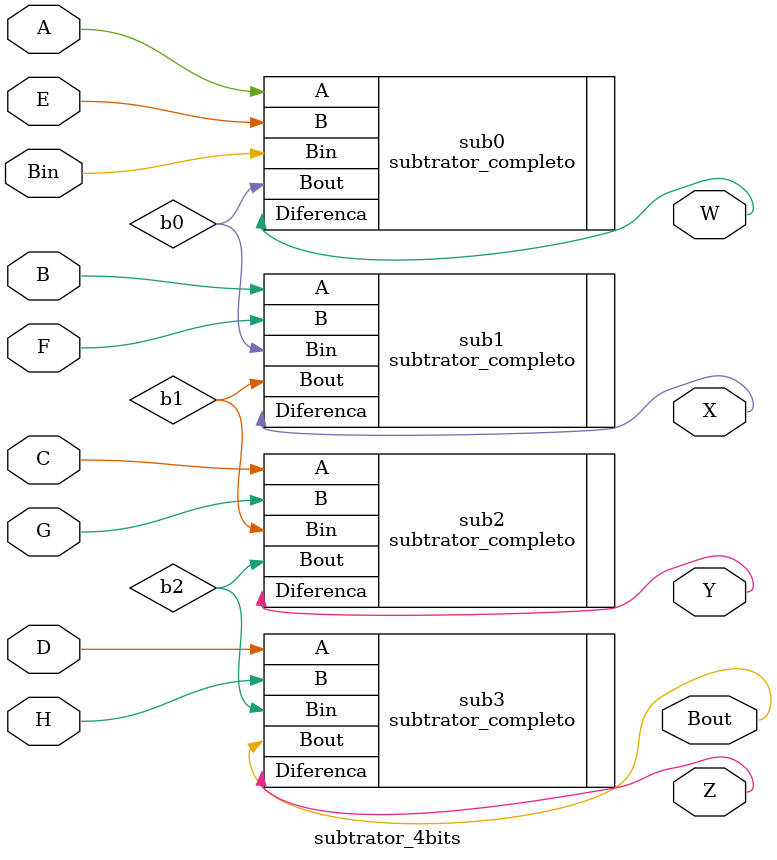
<source format=v>
module subtrator_4bits(Bout, W, X, Y, Z, A, B, C, D, E, F, G, H, Bin);
    input A, B, C, D;
    input E, F, G, H;
    input Bin;
    output W, X, Y, Z;
    output Bout;

    wire b0, b1, b2;

    subtrator_completo sub0 (
        .A(A),
        .B(E),
        .Bin(Bin),
        .Diferenca(W),
        .Bout(b0)
    );

    subtrator_completo sub1 (
        .A(B),
        .B(F),
        .Bin(b0),
        .Diferenca(X),
        .Bout(b1)
    );

    subtrator_completo sub2 (
        .A(C),
        .B(G),
        .Bin(b1),
        .Diferenca(Y),
        .Bout(b2)
    );

    subtrator_completo sub3 (
        .A(D),
        .B(H),
        .Bin(b2),
        .Diferenca(Z),
        .Bout(Bout)
    );

endmodule
</source>
